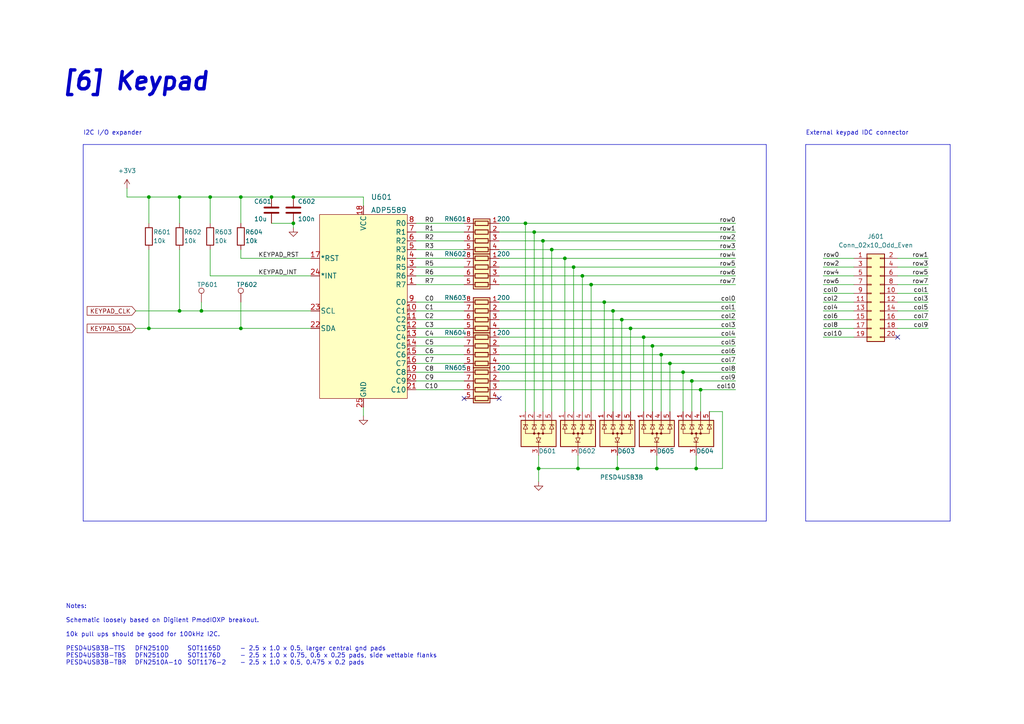
<source format=kicad_sch>
(kicad_sch (version 20230121) (generator eeschema)
  (paper "A4")
  (title_block (title "grblPANEL") (date "2022-12-12") (rev "B") (company "dresco"))
  (lib_symbols
    (symbol "Connector:TestPoint" (pin_numbers hide) (pin_names (offset 0.762) hide)
      (property "Reference" "TP" (at 0 6.858 0))
      (property "Value" "TestPoint" (at 0 5.08 0))
      (symbol "TestPoint_0_1"
        (circle (center 0 3.302) (radius 0.762))
      )
      (symbol "TestPoint_1_1"
        (pin passive line (at 0 0 90) (length 2.54) (name "1") (number "1"))
      )
    )
    (symbol "Connector_Generic:Conn_02x10_Odd_Even" (pin_names (offset 1.016) hide)
      (property "Reference" "J" (at 1.27 12.7 0))
      (property "Value" "Conn_02x10_Odd_Even" (at 1.27 -15.24 0))
      (symbol "Conn_02x10_Odd_Even_1_1"
        (rectangle (start -1.27 -12.573) (end 0 -12.827) (stroke (width 0.1524)))
        (rectangle (start -1.27 -10.033) (end 0 -10.287) (stroke (width 0.1524)))
        (rectangle (start -1.27 -7.493) (end 0 -7.747) (stroke (width 0.1524)))
        (rectangle (start -1.27 -4.953) (end 0 -5.207) (stroke (width 0.1524)))
        (rectangle (start -1.27 -2.413) (end 0 -2.667) (stroke (width 0.1524)))
        (rectangle (start -1.27 0.127) (end 0 -0.127) (stroke (width 0.1524)))
        (rectangle (start -1.27 2.667) (end 0 2.413) (stroke (width 0.1524)))
        (rectangle (start -1.27 5.207) (end 0 4.953) (stroke (width 0.1524)))
        (rectangle (start -1.27 7.747) (end 0 7.493) (stroke (width 0.1524)))
        (rectangle (start -1.27 10.287) (end 0 10.033) (stroke (width 0.1524)))
        (rectangle (start -1.27 11.43) (end 3.81 -13.97) (stroke (width 0.254)) (fill (type background)))
        (rectangle (start 3.81 -12.573) (end 2.54 -12.827) (stroke (width 0.1524)))
        (rectangle (start 3.81 -10.033) (end 2.54 -10.287) (stroke (width 0.1524)))
        (rectangle (start 3.81 -7.493) (end 2.54 -7.747) (stroke (width 0.1524)))
        (rectangle (start 3.81 -4.953) (end 2.54 -5.207) (stroke (width 0.1524)))
        (rectangle (start 3.81 -2.413) (end 2.54 -2.667) (stroke (width 0.1524)))
        (rectangle (start 3.81 0.127) (end 2.54 -0.127) (stroke (width 0.1524)))
        (rectangle (start 3.81 2.667) (end 2.54 2.413) (stroke (width 0.1524)))
        (rectangle (start 3.81 5.207) (end 2.54 4.953) (stroke (width 0.1524)))
        (rectangle (start 3.81 7.747) (end 2.54 7.493) (stroke (width 0.1524)))
        (rectangle (start 3.81 10.287) (end 2.54 10.033) (stroke (width 0.1524)))
        (pin passive line (at -5.08 10.16 0) (length 3.81) (name "Pin_1") (number "1"))
        (pin passive line (at 7.62 0 180) (length 3.81) (name "Pin_10") (number "10"))
        (pin passive line (at -5.08 -2.54 0) (length 3.81) (name "Pin_11") (number "11"))
        (pin passive line (at 7.62 -2.54 180) (length 3.81) (name "Pin_12") (number "12"))
        (pin passive line (at -5.08 -5.08 0) (length 3.81) (name "Pin_13") (number "13"))
        (pin passive line (at 7.62 -5.08 180) (length 3.81) (name "Pin_14") (number "14"))
        (pin passive line (at -5.08 -7.62 0) (length 3.81) (name "Pin_15") (number "15"))
        (pin passive line (at 7.62 -7.62 180) (length 3.81) (name "Pin_16") (number "16"))
        (pin passive line (at -5.08 -10.16 0) (length 3.81) (name "Pin_17") (number "17"))
        (pin passive line (at 7.62 -10.16 180) (length 3.81) (name "Pin_18") (number "18"))
        (pin passive line (at -5.08 -12.7 0) (length 3.81) (name "Pin_19") (number "19"))
        (pin passive line (at 7.62 10.16 180) (length 3.81) (name "Pin_2") (number "2"))
        (pin passive line (at 7.62 -12.7 180) (length 3.81) (name "Pin_20") (number "20"))
        (pin passive line (at -5.08 7.62 0) (length 3.81) (name "Pin_3") (number "3"))
        (pin passive line (at 7.62 7.62 180) (length 3.81) (name "Pin_4") (number "4"))
        (pin passive line (at -5.08 5.08 0) (length 3.81) (name "Pin_5") (number "5"))
        (pin passive line (at 7.62 5.08 180) (length 3.81) (name "Pin_6") (number "6"))
        (pin passive line (at -5.08 2.54 0) (length 3.81) (name "Pin_7") (number "7"))
        (pin passive line (at 7.62 2.54 180) (length 3.81) (name "Pin_8") (number "8"))
        (pin passive line (at -5.08 0 0) (length 3.81) (name "Pin_9") (number "9"))
      )
    )
    (symbol "Device:C" (pin_numbers hide) (pin_names (offset 0.254))
      (property "Reference" "C" (at 0.635 2.54 0))
      (property "Value" "C" (at 0.635 -2.54 0))
      (symbol "C_0_1"
        (polyline (pts (xy -2.032 -0.762) (xy 2.032 -0.762)) (stroke (width 0.508)))
        (polyline (pts (xy -2.032 0.762) (xy 2.032 0.762)) (stroke (width 0.508)))
      )
      (symbol "C_1_1"
        (pin passive line (at 0 3.81 270) (length 2.794) (name "~") (number "1"))
        (pin passive line (at 0 -3.81 90) (length 2.794) (name "~") (number "2"))
      )
    )
    (symbol "Device:R" (pin_numbers hide) (pin_names (offset 0))
      (property "Reference" "R" (at 2.032 0 90))
      (property "Value" "R" (at 0 0 90))
      (symbol "R_0_1"
        (rectangle (start -1.016 -2.54) (end 1.016 2.54) (stroke (width 0.254)))
      )
      (symbol "R_1_1"
        (pin passive line (at 0 3.81 270) (length 1.27) (name "~") (number "1"))
        (pin passive line (at 0 -3.81 90) (length 1.27) (name "~") (number "2"))
      )
    )
    (symbol "Device:R_Pack04" (pin_names (offset 0) hide)
      (property "Reference" "RN" (at -7.62 0 90))
      (property "Value" "R_Pack04" (at 5.08 0 90))
      (symbol "R_Pack04_0_1"
        (rectangle (start -6.35 -2.413) (end 3.81 2.413) (stroke (width 0.254)) (fill (type background)))
        (rectangle (start -5.715 1.905) (end -4.445 -1.905) (stroke (width 0.254)))
        (rectangle (start -3.175 1.905) (end -1.905 -1.905) (stroke (width 0.254)))
        (rectangle (start -0.635 1.905) (end 0.635 -1.905) (stroke (width 0.254)))
        (polyline (pts (xy -5.08 -2.54) (xy -5.08 -1.905)))
        (polyline (pts (xy -5.08 1.905) (xy -5.08 2.54)))
        (polyline (pts (xy -2.54 -2.54) (xy -2.54 -1.905)))
        (polyline (pts (xy -2.54 1.905) (xy -2.54 2.54)))
        (polyline (pts (xy 0 -2.54) (xy 0 -1.905)))
        (polyline (pts (xy 0 1.905) (xy 0 2.54)))
        (polyline (pts (xy 2.54 -2.54) (xy 2.54 -1.905)))
        (polyline (pts (xy 2.54 1.905) (xy 2.54 2.54)))
        (rectangle (start 1.905 1.905) (end 3.175 -1.905) (stroke (width 0.254)))
      )
      (symbol "R_Pack04_1_1"
        (pin passive line (at -5.08 -5.08 90) (length 2.54) (name "R1.1") (number "1"))
        (pin passive line (at -2.54 -5.08 90) (length 2.54) (name "R2.1") (number "2"))
        (pin passive line (at 0 -5.08 90) (length 2.54) (name "R3.1") (number "3"))
        (pin passive line (at 2.54 -5.08 90) (length 2.54) (name "R4.1") (number "4"))
        (pin passive line (at 2.54 5.08 270) (length 2.54) (name "R4.2") (number "5"))
        (pin passive line (at 0 5.08 270) (length 2.54) (name "R3.2") (number "6"))
        (pin passive line (at -2.54 5.08 270) (length 2.54) (name "R2.2") (number "7"))
        (pin passive line (at -5.08 5.08 270) (length 2.54) (name "R1.2") (number "8"))
      )
    )
    (symbol "PESD4USB3B_1" (pin_names hide)
      (property "Reference" "D" (at 5.08 -5.08 0))
      (property "Value" "PESD4USB3B_1" (at -8.89 -5.08 0))
      (symbol "PESD4USB3B_1_0_0"
        (pin passive line (at 0 -6.35 90) (length 2.54) (name "GND") (number "3"))
      )
      (symbol "PESD4USB3B_1_0_1"
        (rectangle (start -5.08 3.81) (end 5.08 -3.81) (stroke (width 0.254)) (fill (type background)))
        (circle (center -1.27 0) (radius 0.254) (fill (type outline)))
        (polyline (pts (xy -3.81 0) (xy 3.81 0)))
        (polyline (pts (xy -3.81 1.27) (xy -3.81 0)))
        (polyline (pts (xy -3.81 3.81) (xy -3.81 2.54)))
        (polyline (pts (xy -1.27 1.27) (xy -1.27 0)))
        (polyline (pts (xy -1.27 3.81) (xy -1.27 2.54)))
        (polyline (pts (xy 0 -2.54) (xy 0 -3.81)))
        (polyline (pts (xy 0 -1.27) (xy 0 0)))
        (polyline (pts (xy 1.27 1.27) (xy 1.27 0)))
        (polyline (pts (xy 1.27 3.81) (xy 1.27 2.54)))
        (polyline (pts (xy 3.81 1.27) (xy 3.81 0)))
        (polyline (pts (xy 3.81 3.81) (xy 3.81 2.54)))
        (polyline (pts (xy -4.445 2.54) (xy -3.175 2.54) (xy -3.175 2.286)))
        (polyline (pts (xy -1.905 2.54) (xy -0.635 2.54) (xy -0.635 2.286)))
        (polyline (pts (xy -0.635 -2.286) (xy -0.635 -2.54) (xy 0.635 -2.54)))
        (polyline (pts (xy 0.635 2.54) (xy 1.905 2.54) (xy 1.905 2.286)))
        (polyline (pts (xy 3.175 2.54) (xy 4.445 2.54) (xy 4.445 2.286)))
        (polyline (pts (xy -3.81 2.54) (xy -3.175 1.27) (xy -4.445 1.27) (xy -3.81 2.54)))
        (polyline (pts (xy -1.27 2.54) (xy -0.635 1.27) (xy -1.905 1.27) (xy -1.27 2.54)))
        (polyline (pts (xy 0 -2.54) (xy -0.635 -1.27) (xy 0.635 -1.27) (xy 0 -2.54)))
        (polyline (pts (xy 1.27 2.54) (xy 1.905 1.27) (xy 0.635 1.27) (xy 1.27 2.54)))
        (polyline (pts (xy 3.81 2.54) (xy 4.445 1.27) (xy 3.175 1.27) (xy 3.81 2.54)))
        (circle (center 0 0) (radius 0.254) (fill (type outline)))
        (circle (center 1.27 0) (radius 0.254) (fill (type outline)))
      )
      (symbol "PESD4USB3B_1_1_1"
        (pin passive line (at -3.81 6.35 270) (length 2.54) (name "TVS1") (number "1"))
        (pin passive line (at -3.81 6.35 270) (length 2.54) hide (name "TVS1") (number "10"))
        (pin passive line (at -1.27 6.35 270) (length 2.54) (name "TVS2") (number "2"))
        (pin passive line (at 1.27 6.35 270) (length 2.54) (name "TVS3") (number "4"))
        (pin passive line (at 3.81 6.35 270) (length 2.54) (name "TVS4") (number "5"))
        (pin passive line (at 3.81 6.35 270) (length 2.54) hide (name "TVS4") (number "6"))
        (pin passive line (at 1.27 6.35 270) (length 2.54) hide (name "TVS3") (number "7"))
        (pin passive line (at 0 -6.35 90) (length 2.54) hide (name "GND") (number "8"))
        (pin passive line (at -1.27 6.35 270) (length 2.54) hide (name "TVS2") (number "9"))
      )
    )
    (symbol "dresco:ADP5589" (pin_names (offset 0.254))
      (property "Reference" "U" (at 11.43 24.13 0))
      (property "Value" "ADP5589" (at 7.62 -31.75 0))
      (symbol "ADP5589_1_1"
        (rectangle (start -12.7 22.86) (end 12.7 -30.48) (fill (type background)))
        (pin bidirectional line (at 15.24 2.54 180) (length 2.54) (name "R7") (number "1"))
        (pin bidirectional line (at 15.24 -5.08 180) (length 2.54) (name "C1") (number "10"))
        (pin bidirectional line (at 15.24 -7.62 180) (length 2.54) (name "C2") (number "11"))
        (pin bidirectional line (at 15.24 -10.16 180) (length 2.54) (name "C3") (number "12"))
        (pin bidirectional line (at 15.24 -12.7 180) (length 2.54) (name "C4") (number "13"))
        (pin bidirectional line (at 15.24 -15.24 180) (length 2.54) (name "C5") (number "14"))
        (pin bidirectional line (at 15.24 -17.78 180) (length 2.54) (name "C6") (number "15"))
        (pin bidirectional line (at 15.24 -20.32 180) (length 2.54) (name "C7") (number "16"))
        (pin bidirectional line (at -15.24 10.16 0) (length 2.54) (name "*RST") (number "17"))
        (pin power_in line (at 0 25.4 270) (length 2.54) (name "VCC") (number "18"))
        (pin bidirectional line (at 15.24 -22.86 180) (length 2.54) (name "C8") (number "19"))
        (pin bidirectional line (at 15.24 5.08 180) (length 2.54) (name "R6") (number "2"))
        (pin bidirectional line (at 15.24 -25.4 180) (length 2.54) (name "C9") (number "20"))
        (pin bidirectional line (at 15.24 -27.94 180) (length 2.54) (name "C10") (number "21"))
        (pin bidirectional line (at -15.24 -10.16 0) (length 2.54) (name "SDA") (number "22"))
        (pin bidirectional line (at -15.24 -5.08 0) (length 2.54) (name "SCL") (number "23"))
        (pin bidirectional line (at -15.24 5.08 0) (length 2.54) (name "*INT") (number "24"))
        (pin power_in line (at 0 -33.02 90) (length 2.54) (name "GND") (number "25"))
        (pin bidirectional line (at 15.24 7.62 180) (length 2.54) (name "R5") (number "3"))
        (pin bidirectional line (at 15.24 10.16 180) (length 2.54) (name "R4") (number "4"))
        (pin bidirectional line (at 15.24 12.7 180) (length 2.54) (name "R3") (number "5"))
        (pin bidirectional line (at 15.24 15.24 180) (length 2.54) (name "R2") (number "6"))
        (pin bidirectional line (at 15.24 17.78 180) (length 2.54) (name "R1") (number "7"))
        (pin bidirectional line (at 15.24 20.32 180) (length 2.54) (name "R0") (number "8"))
        (pin bidirectional line (at 15.24 -2.54 180) (length 2.54) (name "C0") (number "9"))
      )
    )
    (symbol "dresco:PESD4USB3B" (pin_names hide)
      (property "Reference" "D" (at 5.08 -5.08 0))
      (property "Value" "PESD4USB3B" (at -8.89 -5.08 0))
      (symbol "PESD4USB3B_0_0"
        (pin passive line (at 0 -6.35 90) (length 2.54) (name "GND") (number "3"))
      )
      (symbol "PESD4USB3B_0_1"
        (rectangle (start -5.08 3.81) (end 5.08 -3.81) (stroke (width 0.254)) (fill (type background)))
        (circle (center -1.27 0) (radius 0.254) (fill (type outline)))
        (polyline (pts (xy -3.81 0) (xy 3.81 0)))
        (polyline (pts (xy -3.81 1.27) (xy -3.81 0)))
        (polyline (pts (xy -3.81 3.81) (xy -3.81 2.54)))
        (polyline (pts (xy -1.27 1.27) (xy -1.27 0)))
        (polyline (pts (xy -1.27 3.81) (xy -1.27 2.54)))
        (polyline (pts (xy 0 -2.54) (xy 0 -3.81)))
        (polyline (pts (xy 0 -1.27) (xy 0 0)))
        (polyline (pts (xy 1.27 1.27) (xy 1.27 0)))
        (polyline (pts (xy 1.27 3.81) (xy 1.27 2.54)))
        (polyline (pts (xy 3.81 1.27) (xy 3.81 0)))
        (polyline (pts (xy 3.81 3.81) (xy 3.81 2.54)))
        (polyline (pts (xy -4.445 2.54) (xy -3.175 2.54) (xy -3.175 2.286)))
        (polyline (pts (xy -1.905 2.54) (xy -0.635 2.54) (xy -0.635 2.286)))
        (polyline (pts (xy -0.635 -2.286) (xy -0.635 -2.54) (xy 0.635 -2.54)))
        (polyline (pts (xy 0.635 2.54) (xy 1.905 2.54) (xy 1.905 2.286)))
        (polyline (pts (xy 3.175 2.54) (xy 4.445 2.54) (xy 4.445 2.286)))
        (polyline (pts (xy -3.81 2.54) (xy -3.175 1.27) (xy -4.445 1.27) (xy -3.81 2.54)))
        (polyline (pts (xy -1.27 2.54) (xy -0.635 1.27) (xy -1.905 1.27) (xy -1.27 2.54)))
        (polyline (pts (xy 0 -2.54) (xy -0.635 -1.27) (xy 0.635 -1.27) (xy 0 -2.54)))
        (polyline (pts (xy 1.27 2.54) (xy 1.905 1.27) (xy 0.635 1.27) (xy 1.27 2.54)))
        (polyline (pts (xy 3.81 2.54) (xy 4.445 1.27) (xy 3.175 1.27) (xy 3.81 2.54)))
        (circle (center 0 0) (radius 0.254) (fill (type outline)))
        (circle (center 1.27 0) (radius 0.254) (fill (type outline)))
      )
      (symbol "PESD4USB3B_1_1"
        (pin passive line (at -3.81 6.35 270) (length 2.54) (name "TVS1") (number "1"))
        (pin passive line (at -3.81 6.35 270) (length 2.54) hide (name "TVS1") (number "10"))
        (pin passive line (at -1.27 6.35 270) (length 2.54) (name "TVS2") (number "2"))
        (pin passive line (at 1.27 6.35 270) (length 2.54) (name "TVS3") (number "4"))
        (pin passive line (at 3.81 6.35 270) (length 2.54) (name "TVS4") (number "5"))
        (pin passive line (at 3.81 6.35 270) (length 2.54) hide (name "TVS4") (number "6"))
        (pin passive line (at 1.27 6.35 270) (length 2.54) hide (name "TVS3") (number "7"))
        (pin passive line (at 0 -6.35 90) (length 2.54) hide (name "GND") (number "8"))
        (pin passive line (at -1.27 6.35 270) (length 2.54) hide (name "TVS2") (number "9"))
      )
    )
    (symbol "power:+3V3" (power) (pin_names (offset 0))
      (property "Value" "+3V3" (at 0 3.556 0))
      (symbol "+3V3_0_1"
        (polyline (pts (xy -0.762 1.27) (xy 0 2.54)))
        (polyline (pts (xy 0 0) (xy 0 2.54)))
        (polyline (pts (xy 0 2.54) (xy 0.762 1.27)))
      )
      (symbol "+3V3_1_1"
        (pin power_in line (at 0 0 90) (length 0) hide (name "+3V3") (number "1"))
      )
    )
    (symbol "power:GND" (power) (pin_names (offset 0))
      (property "Value" "GND" (at 0 -3.81 0))
      (symbol "GND_0_1"
        (polyline (pts (xy 0 0) (xy 0 -1.27) (xy 1.27 -1.27) (xy 0 -2.54) (xy -1.27 -1.27) (xy 0 -1.27)))
      )
      (symbol "GND_1_1"
        (pin power_in line (at 0 0 270) (length 0) hide (name "GND") (number "1"))
      )
    )
  )
  (junction (at 60.96 57.15))
  (junction (at 52.07 90.17))
  (junction (at 152.4 64.77))
  (junction (at 171.45 82.55))
  (junction (at 166.37 77.47))
  (junction (at 203.2 113.03))
  (junction (at 85.09 57.15))
  (junction (at 52.07 57.15))
  (junction (at 198.12 107.95))
  (junction (at 180.34 92.71))
  (junction (at 69.85 95.25))
  (junction (at 156.21 135.89))
  (junction (at 168.91 80.01))
  (junction (at 58.42 90.17))
  (junction (at 194.31 105.41))
  (junction (at 179.07 135.89))
  (junction (at 157.48 69.85))
  (junction (at 160.02 72.39))
  (junction (at 69.85 57.15))
  (junction (at 43.18 57.15))
  (junction (at 201.93 135.89))
  (junction (at 200.66 110.49))
  (junction (at 190.5 135.89))
  (junction (at 191.77 102.87))
  (junction (at 182.88 95.25))
  (junction (at 85.09 64.77))
  (junction (at 154.94 67.31))
  (junction (at 163.83 74.93))
  (junction (at 43.18 95.25))
  (junction (at 177.8 90.17))
  (junction (at 189.23 100.33))
  (junction (at 186.69 97.79))
  (junction (at 167.64 135.89))
  (junction (at 175.26 87.63))
  (junction (at 78.74 57.15))
  (no_connect (at 134.62 115.57))
  (no_connect (at 260.35 97.79))
  (no_connect (at 144.78 115.57))
  (wire (pts (xy 36.83 57.15) (xy 43.18 57.15)))
  (wire (pts (xy 144.78 80.01) (xy 168.91 80.01)))
  (wire (pts (xy 36.83 54.61) (xy 36.83 57.15)))
  (wire (pts (xy 52.07 57.15) (xy 52.07 64.77)))
  (wire (pts (xy 144.78 72.39) (xy 160.02 72.39)))
  (wire (pts (xy 154.94 67.31) (xy 154.94 119.38)))
  (wire (pts (xy 120.65 105.41) (xy 134.62 105.41)))
  (wire (pts (xy 238.76 80.01) (xy 247.65 80.01)))
  (wire (pts (xy 105.41 57.15) (xy 105.41 59.69)))
  (wire (pts (xy 166.37 77.47) (xy 166.37 119.38)))
  (wire (pts (xy 238.76 74.93) (xy 247.65 74.93)))
  (wire (pts (xy 144.78 77.47) (xy 166.37 77.47)))
  (wire (pts (xy 203.2 113.03) (xy 203.2 119.38)))
  (wire (pts (xy 260.35 80.01) (xy 269.24 80.01)))
  (wire (pts (xy 177.8 90.17) (xy 177.8 119.38)))
  (wire (pts (xy 157.48 69.85) (xy 213.36 69.85)))
  (wire (pts (xy 201.93 132.08) (xy 201.93 135.89)))
  (wire (pts (xy 205.74 119.38) (xy 209.55 119.38)))
  (wire (pts (xy 120.65 102.87) (xy 134.62 102.87)))
  (wire (pts (xy 168.91 80.01) (xy 168.91 119.38)))
  (wire (pts (xy 171.45 82.55) (xy 171.45 119.38)))
  (wire (pts (xy 238.76 92.71) (xy 247.65 92.71)))
  (wire (pts (xy 120.65 80.01) (xy 134.62 80.01)))
  (wire (pts (xy 90.17 74.93) (xy 69.85 74.93)))
  (wire (pts (xy 260.35 92.71) (xy 269.24 92.71)))
  (wire (pts (xy 152.4 64.77) (xy 213.36 64.77)))
  (wire (pts (xy 85.09 64.77) (xy 85.09 66.04)))
  (wire (pts (xy 105.41 118.11) (xy 105.41 120.65)))
  (wire (pts (xy 60.96 57.15) (xy 69.85 57.15)))
  (wire (pts (xy 175.26 87.63) (xy 213.36 87.63)))
  (wire (pts (xy 69.85 57.15) (xy 78.74 57.15)))
  (polyline (pts (xy 24.13 41.91) (xy 24.13 151.13)))
  (wire (pts (xy 120.65 92.71) (xy 134.62 92.71)))
  (wire (pts (xy 163.83 74.93) (xy 213.36 74.93)))
  (wire (pts (xy 203.2 113.03) (xy 213.36 113.03)))
  (wire (pts (xy 120.65 95.25) (xy 134.62 95.25)))
  (wire (pts (xy 156.21 135.89) (xy 156.21 132.08)))
  (wire (pts (xy 182.88 95.25) (xy 213.36 95.25)))
  (wire (pts (xy 144.78 67.31) (xy 154.94 67.31)))
  (wire (pts (xy 175.26 87.63) (xy 175.26 119.38)))
  (wire (pts (xy 144.78 97.79) (xy 186.69 97.79)))
  (wire (pts (xy 200.66 110.49) (xy 200.66 119.38)))
  (wire (pts (xy 160.02 72.39) (xy 160.02 119.38)))
  (wire (pts (xy 85.09 57.15) (xy 105.41 57.15)))
  (wire (pts (xy 180.34 92.71) (xy 213.36 92.71)))
  (wire (pts (xy 179.07 135.89) (xy 167.64 135.89)))
  (wire (pts (xy 167.64 132.08) (xy 167.64 135.89)))
  (wire (pts (xy 144.78 113.03) (xy 203.2 113.03)))
  (wire (pts (xy 120.65 74.93) (xy 134.62 74.93)))
  (wire (pts (xy 186.69 97.79) (xy 186.69 119.38)))
  (wire (pts (xy 39.37 90.17) (xy 52.07 90.17)))
  (wire (pts (xy 190.5 132.08) (xy 190.5 135.89)))
  (wire (pts (xy 163.83 74.93) (xy 163.83 119.38)))
  (wire (pts (xy 209.55 119.38) (xy 209.55 135.89)))
  (polyline (pts (xy 275.59 41.91) (xy 275.59 151.13)))
  (wire (pts (xy 260.35 74.93) (xy 269.24 74.93)))
  (wire (pts (xy 90.17 80.01) (xy 60.96 80.01)))
  (wire (pts (xy 152.4 64.77) (xy 152.4 119.38)))
  (wire (pts (xy 52.07 90.17) (xy 52.07 72.39)))
  (wire (pts (xy 260.35 82.55) (xy 269.24 82.55)))
  (wire (pts (xy 120.65 67.31) (xy 134.62 67.31)))
  (wire (pts (xy 144.78 95.25) (xy 182.88 95.25)))
  (wire (pts (xy 166.37 77.47) (xy 213.36 77.47)))
  (wire (pts (xy 52.07 57.15) (xy 60.96 57.15)))
  (wire (pts (xy 144.78 69.85) (xy 157.48 69.85)))
  (wire (pts (xy 198.12 107.95) (xy 198.12 119.38)))
  (polyline (pts (xy 275.59 151.13) (xy 233.68 151.13)))
  (wire (pts (xy 69.85 87.63) (xy 69.85 95.25)))
  (wire (pts (xy 144.78 100.33) (xy 189.23 100.33)))
  (wire (pts (xy 144.78 90.17) (xy 177.8 90.17)))
  (wire (pts (xy 39.37 95.25) (xy 43.18 95.25)))
  (polyline (pts (xy 233.68 41.91) (xy 233.68 151.13)))
  (wire (pts (xy 69.85 95.25) (xy 90.17 95.25)))
  (wire (pts (xy 182.88 95.25) (xy 182.88 119.38)))
  (wire (pts (xy 238.76 85.09) (xy 247.65 85.09)))
  (wire (pts (xy 209.55 135.89) (xy 201.93 135.89)))
  (wire (pts (xy 120.65 82.55) (xy 134.62 82.55)))
  (wire (pts (xy 156.21 135.89) (xy 156.21 139.7)))
  (wire (pts (xy 167.64 135.89) (xy 156.21 135.89)))
  (wire (pts (xy 144.78 92.71) (xy 180.34 92.71)))
  (wire (pts (xy 120.65 113.03) (xy 134.62 113.03)))
  (wire (pts (xy 201.93 135.89) (xy 190.5 135.89)))
  (wire (pts (xy 238.76 97.79) (xy 247.65 97.79)))
  (wire (pts (xy 160.02 72.39) (xy 213.36 72.39)))
  (wire (pts (xy 171.45 82.55) (xy 213.36 82.55)))
  (wire (pts (xy 144.78 64.77) (xy 152.4 64.77)))
  (wire (pts (xy 120.65 87.63) (xy 134.62 87.63)))
  (wire (pts (xy 179.07 132.08) (xy 179.07 135.89)))
  (wire (pts (xy 260.35 95.25) (xy 269.24 95.25)))
  (wire (pts (xy 144.78 110.49) (xy 200.66 110.49)))
  (wire (pts (xy 190.5 135.89) (xy 179.07 135.89)))
  (wire (pts (xy 120.65 100.33) (xy 134.62 100.33)))
  (wire (pts (xy 58.42 90.17) (xy 90.17 90.17)))
  (wire (pts (xy 157.48 69.85) (xy 157.48 119.38)))
  (wire (pts (xy 43.18 57.15) (xy 43.18 64.77)))
  (wire (pts (xy 144.78 102.87) (xy 191.77 102.87)))
  (wire (pts (xy 120.65 69.85) (xy 134.62 69.85)))
  (polyline (pts (xy 24.13 41.91) (xy 222.25 41.91)))
  (wire (pts (xy 186.69 97.79) (xy 213.36 97.79)))
  (polyline (pts (xy 222.25 41.91) (xy 222.25 151.13)))
  (wire (pts (xy 43.18 72.39) (xy 43.18 95.25)))
  (wire (pts (xy 120.65 77.47) (xy 134.62 77.47)))
  (wire (pts (xy 144.78 107.95) (xy 198.12 107.95)))
  (wire (pts (xy 189.23 100.33) (xy 213.36 100.33)))
  (wire (pts (xy 120.65 90.17) (xy 134.62 90.17)))
  (wire (pts (xy 168.91 80.01) (xy 213.36 80.01)))
  (wire (pts (xy 191.77 102.87) (xy 213.36 102.87)))
  (wire (pts (xy 154.94 67.31) (xy 213.36 67.31)))
  (wire (pts (xy 52.07 90.17) (xy 58.42 90.17)))
  (wire (pts (xy 43.18 95.25) (xy 69.85 95.25)))
  (wire (pts (xy 120.65 107.95) (xy 134.62 107.95)))
  (wire (pts (xy 191.77 102.87) (xy 191.77 119.38)))
  (wire (pts (xy 144.78 105.41) (xy 194.31 105.41)))
  (wire (pts (xy 200.66 110.49) (xy 213.36 110.49)))
  (wire (pts (xy 60.96 57.15) (xy 60.96 64.77)))
  (wire (pts (xy 60.96 80.01) (xy 60.96 72.39)))
  (wire (pts (xy 120.65 72.39) (xy 134.62 72.39)))
  (wire (pts (xy 260.35 87.63) (xy 269.24 87.63)))
  (wire (pts (xy 180.34 92.71) (xy 180.34 119.38)))
  (wire (pts (xy 260.35 77.47) (xy 269.24 77.47)))
  (wire (pts (xy 144.78 82.55) (xy 171.45 82.55)))
  (wire (pts (xy 238.76 95.25) (xy 247.65 95.25)))
  (polyline (pts (xy 233.68 41.91) (xy 275.59 41.91)))
  (wire (pts (xy 238.76 90.17) (xy 247.65 90.17)))
  (wire (pts (xy 198.12 107.95) (xy 213.36 107.95)))
  (wire (pts (xy 43.18 57.15) (xy 52.07 57.15)))
  (wire (pts (xy 238.76 77.47) (xy 247.65 77.47)))
  (wire (pts (xy 189.23 119.38) (xy 189.23 100.33)))
  (wire (pts (xy 69.85 57.15) (xy 69.85 64.77)))
  (wire (pts (xy 260.35 85.09) (xy 269.24 85.09)))
  (wire (pts (xy 194.31 119.38) (xy 194.31 105.41)))
  (wire (pts (xy 69.85 74.93) (xy 69.85 72.39)))
  (wire (pts (xy 120.65 110.49) (xy 134.62 110.49)))
  (wire (pts (xy 78.74 57.15) (xy 85.09 57.15)))
  (wire (pts (xy 58.42 87.63) (xy 58.42 90.17)))
  (wire (pts (xy 194.31 105.41) (xy 213.36 105.41)))
  (wire (pts (xy 120.65 97.79) (xy 134.62 97.79)))
  (wire (pts (xy 177.8 90.17) (xy 213.36 90.17)))
  (wire (pts (xy 144.78 87.63) (xy 175.26 87.63)))
  (polyline (pts (xy 222.25 151.13) (xy 24.13 151.13)))
  (wire (pts (xy 238.76 82.55) (xy 247.65 82.55)))
  (wire (pts (xy 120.65 64.77) (xy 134.62 64.77)))
  (wire (pts (xy 260.35 90.17) (xy 269.24 90.17)))
  (wire (pts (xy 78.74 64.77) (xy 85.09 64.77)))
  (wire (pts (xy 144.78 74.93) (xy 163.83 74.93)))
  (wire (pts (xy 238.76 87.63) (xy 247.65 87.63)))
  (text "I2C I/O expander" (at 24.13 39.37 0) (effects (font (size 1.27 1.27)) (justify left bottom)))
  (text "[6] Keypad" (at 17.78 26.67 0) (effects (font (size 5 5) bold italic) (justify left bottom)))
  (text "External keypad IDC connector" (at 233.68 39.37 0) (effects (font (size 1.27 1.27)) (justify left bottom)))
  (text "Notes:\n\nSchematic loosely based on Digilent PmodIOXP breakout.\n\n10k pull ups should be good for 100kHz I2C.\n\nPESD4USB3B-TTS	DFN2510D	SOT1165D	- 2.5 x 1.0 x 0.5, larger central gnd pads\nPESD4USB3B-TBS	DFN2510D	SOT1176D	- 2.5 x 1.0 x 0.75, 0.6 x 0.25 pads, side wettable flanks\nPESD4USB3B-TBR	DFN2510A-10	SOT1176-2	- 2.5 x 1.0 x 0.5, 0.475 x 0.2 pads\n" (at 19.05 193.04 0) (effects (font (size 1.27 1.27)) (justify left bottom)))
  (label "R1" (at 123.19 67.31 0))
  (label "row4" (at 213.36 74.93 180))
  (label "row1" (at 269.24 74.93 180))
  (label "C2" (at 123.19 92.71 0))
  (label "R5" (at 123.19 77.47 0))
  (label "col2" (at 213.36 92.71 180))
  (label "col10" (at 238.76 97.79 0))
  (label "col7" (at 269.24 92.71 180))
  (label "row4" (at 238.76 80.01 0))
  (label "col9" (at 269.24 95.25 180))
  (label "row7" (at 269.24 82.55 180))
  (label "col5" (at 213.36 100.33 180))
  (label "C5" (at 123.19 100.33 0))
  (label "col9" (at 213.36 110.49 180))
  (label "R2" (at 123.19 69.85 0))
  (label "row2" (at 213.36 69.85 180))
  (label "col1" (at 213.36 90.17 180))
  (label "col6" (at 213.36 102.87 180))
  (label "row2" (at 238.76 77.47 0))
  (label "row6" (at 213.36 80.01 180))
  (label "col10" (at 213.36 113.03 180))
  (label "col8" (at 213.36 107.95 180))
  (label "col4" (at 238.76 90.17 0))
  (label "C7" (at 123.19 105.41 0))
  (label "C10" (at 123.19 113.03 0))
  (label "R0" (at 123.19 64.77 0))
  (label "col7" (at 213.36 105.41 180))
  (label "row6" (at 238.76 82.55 0))
  (label "C6" (at 123.19 102.87 0))
  (label "C1" (at 123.19 90.17 0))
  (label "col3" (at 269.24 87.63 180))
  (label "C8" (at 123.19 107.95 0))
  (label "C9" (at 123.19 110.49 0))
  (label "R3" (at 123.19 72.39 0))
  (label "col3" (at 213.36 95.25 180))
  (label "col6" (at 238.76 92.71 0))
  (label "C3" (at 123.19 95.25 0))
  (label "R7" (at 123.19 82.55 0))
  (label "R4" (at 123.19 74.93 0))
  (label "col5" (at 269.24 90.17 180))
  (label "col8" (at 238.76 95.25 0))
  (label "R6" (at 123.19 80.01 0))
  (label "C4" (at 123.19 97.79 0))
  (label "KEYPAD_RST" (at 74.93 74.93 0))
  (label "col2" (at 238.76 87.63 0))
  (label "row0" (at 213.36 64.77 180))
  (label "row7" (at 213.36 82.55 180))
  (label "row5" (at 269.24 80.01 180))
  (label "col4" (at 213.36 97.79 180))
  (label "col1" (at 269.24 85.09 180))
  (label "C0" (at 123.19 87.63 0))
  (label "row1" (at 213.36 67.31 180))
  (label "col0" (at 213.36 87.63 180))
  (label "KEYPAD_INT" (at 74.93 80.01 0))
  (label "row3" (at 213.36 72.39 180))
  (label "row5" (at 213.36 77.47 180))
  (label "col0" (at 238.76 85.09 0))
  (label "row3" (at 269.24 77.47 180))
  (label "row0" (at 238.76 74.93 0))
  (global_label "KEYPAD_SDA" (shape input) (at 39.37 95.25 180) (property "Intersheetrefs" "${INTERSHEET_REFS}" (effects hide)))
  (global_label "KEYPAD_CLK" (shape input) (at 39.37 90.17 180) (property "Intersheetrefs" "${INTERSHEET_REFS}" (effects hide)))
  (symbol (lib_id "Device:R") (at 69.85 68.58 0) (unit 1)
    (property "Reference" "R604" (at 71.12 67.31 0) (effects (justify left)))
    (property "Value" "10k" (at 71.12 69.85 0) (effects (justify left)))
    (property "Footprint" "Resistor_SMD:R_0603_1608Metric" (effects hide))
  )
  (symbol (lib_id "power:+3V3") (at 36.83 54.61 0) (unit 1)
    (property "Reference" "#PWR0601" (effects hide))
    (property "Value" "+3V3" (at 36.83 49.53 0))
  )
  (symbol (lib_id "Device:R") (at 43.18 68.58 0) (unit 1)
    (property "Reference" "R601" (at 44.45 67.31 0) (effects (justify left)))
    (property "Value" "10k" (at 44.45 69.85 0) (effects (justify left)))
    (property "Footprint" "Resistor_SMD:R_0603_1608Metric" (effects hide))
  )
  (symbol (lib_name "PESD4USB3B_1") (lib_id "dresco:PESD4USB3B") (at 167.64 125.73 0) (unit 1)
    (property "Reference" "D602" (at 167.64 130.81 0) (effects (justify left)))
    (property "Value" "PESD4USB3B" (effects hide))
    (property "Footprint" "dresco:SOT1176D" (effects hide))
  )
  (symbol (lib_name "PESD4USB3B_1") (lib_id "dresco:PESD4USB3B") (at 179.07 125.73 0) (unit 1)
    (property "Reference" "D603" (at 179.07 130.81 0) (effects (justify left)))
    (property "Value" "PESD4USB3B" (effects hide))
    (property "Footprint" "dresco:SOT1176D" (effects hide))
  )
  (symbol (lib_id "Device:R_Pack04") (at 139.7 92.71 90) (mirror x) (unit 1)
    (property "Reference" "RN603" (at 132.08 86.36 90))
    (property "Value" "200" (at 146.05 86.36 90))
    (property "Footprint" "Resistor_SMD:R_Array_Convex_4x0603" (effects hide))
  )
  (symbol (lib_id "Connector:TestPoint") (at 58.42 87.63 0) (unit 1)
    (property "Reference" "TP601" (at 57.15 82.55 0) (effects (justify left)))
    (property "Value" "TestPoint" (effects hide))
    (property "Footprint" "TestPoint:TestPoint_THTPad_D2.0mm_Drill1.0mm" (effects hide))
  )
  (symbol (lib_id "Device:R_Pack04") (at 139.7 102.87 90) (mirror x) (unit 1)
    (property "Reference" "RN604" (at 132.08 96.52 90))
    (property "Value" "200" (at 146.05 96.52 90))
    (property "Footprint" "Resistor_SMD:R_Array_Convex_4x0603" (effects hide))
  )
  (symbol (lib_id "dresco:ADP5589") (at 105.41 85.09 0) (unit 1)
    (property "Reference" "U601" (at 107.5551 57.15 0) (effects (font (size 1.524 1.524)) (justify left)))
    (property "Value" "ADP5589" (at 107.5551 60.96 0) (effects (font (size 1.524 1.524)) (justify left)))
    (property "Footprint" "dresco:LFCSP-24-1EP_3.5x3.5mm_P0.4mm_EP2.2x2.2mm_ThermalVias" (effects hide))
  )
  (symbol (lib_id "Device:R") (at 52.07 68.58 0) (unit 1)
    (property "Reference" "R602" (at 53.34 67.31 0) (effects (justify left)))
    (property "Value" "10k" (at 53.34 69.85 0) (effects (justify left)))
    (property "Footprint" "Resistor_SMD:R_0603_1608Metric" (effects hide))
  )
  (symbol (lib_id "dresco:PESD4USB3B") (at 201.93 125.73 0) (unit 1)
    (property "Reference" "D605" (at 190.5 130.81 0) (effects (justify left)))
    (property "Value" "PESD4USB3B" (at 173.99 138.43 0) (effects (justify left)))
    (property "Footprint" "dresco:SOT1176D" (effects hide))
  )
  (symbol (lib_id "power:GND") (at 85.09 66.04 0) (unit 1)
    (property "Reference" "#PWR0602" (effects hide))
    (property "Value" "GND" (effects hide))
  )
  (symbol (lib_id "power:GND") (at 156.21 139.7 0) (unit 1)
    (property "Reference" "#PWR0604" (effects hide))
    (property "Value" "GND" (effects hide))
  )
  (symbol (lib_id "Device:R_Pack04") (at 139.7 113.03 90) (mirror x) (unit 1)
    (property "Reference" "RN605" (at 132.08 106.68 90))
    (property "Value" "200" (at 146.05 106.68 90))
    (property "Footprint" "Resistor_SMD:R_Array_Convex_4x0603" (effects hide))
  )
  (symbol (lib_id "Device:R_Pack04") (at 139.7 69.85 90) (mirror x) (unit 1)
    (property "Reference" "RN601" (at 132.08 63.5 90))
    (property "Value" "200" (at 146.05 63.5 90))
    (property "Footprint" "Resistor_SMD:R_Array_Convex_4x0603" (effects hide))
  )
  (symbol (lib_id "Device:C") (at 85.09 60.96 0) (unit 1)
    (property "Reference" "C602" (at 86.36 58.42 0) (effects (justify left)))
    (property "Value" "100n" (at 86.36 63.5 0) (effects (justify left)))
    (property "Footprint" "Capacitor_SMD:C_0603_1608Metric" (effects hide))
  )
  (symbol (lib_id "Connector_Generic:Conn_02x10_Odd_Even") (at 252.73 85.09 0) (unit 1)
    (property "Reference" "J601" (at 254 68.58 0))
    (property "Value" "Conn_02x10_Odd_Even" (at 254 71.12 0))
    (property "Footprint" "Connector_IDC:IDC-Header_2x10_P2.54mm_Vertical" (effects hide))
  )
  (symbol (lib_name "PESD4USB3B_1") (lib_id "dresco:PESD4USB3B") (at 156.21 125.73 0) (unit 1)
    (property "Reference" "D601" (at 156.21 130.81 0) (effects (justify left)))
    (property "Value" "PESD4USB3B" (effects hide))
    (property "Footprint" "dresco:SOT1176D" (effects hide))
  )
  (symbol (lib_id "Connector:TestPoint") (at 69.85 87.63 0) (unit 1)
    (property "Reference" "TP602" (at 68.58 82.55 0) (effects (justify left)))
    (property "Value" "TestPoint" (effects hide))
    (property "Footprint" "TestPoint:TestPoint_THTPad_D2.0mm_Drill1.0mm" (effects hide))
  )
  (symbol (lib_id "Device:R_Pack04") (at 139.7 80.01 90) (mirror x) (unit 1)
    (property "Reference" "RN602" (at 132.08 73.66 90))
    (property "Value" "200" (at 146.05 73.66 90))
    (property "Footprint" "Resistor_SMD:R_Array_Convex_4x0603" (effects hide))
  )
  (symbol (lib_name "PESD4USB3B_1") (lib_id "dresco:PESD4USB3B") (at 190.5 125.73 0) (unit 1)
    (property "Reference" "D604" (at 201.93 130.81 0) (effects (justify left)))
    (property "Value" "PESD4USB3B" (effects hide))
    (property "Footprint" "dresco:SOT1176D" (effects hide))
  )
  (symbol (lib_id "Device:C") (at 78.74 60.96 0) (unit 1)
    (property "Reference" "C601" (at 73.66 58.42 0) (effects (justify left)))
    (property "Value" "10u" (at 73.66 63.5 0) (effects (justify left)))
    (property "Footprint" "Capacitor_SMD:C_0805_2012Metric" (effects hide))
  )
  (symbol (lib_id "power:GND") (at 105.41 120.65 0) (unit 1)
    (property "Reference" "#PWR0603" (effects hide))
    (property "Value" "GND" (effects hide))
  )
  (symbol (lib_id "Device:R") (at 60.96 68.58 0) (unit 1)
    (property "Reference" "R603" (at 62.23 67.31 0) (effects (justify left)))
    (property "Value" "10k" (at 62.23 69.85 0) (effects (justify left)))
    (property "Footprint" "Resistor_SMD:R_0603_1608Metric" (effects hide))
  )
)
</source>
